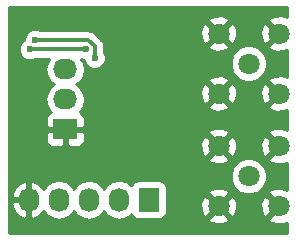
<source format=gbl>
G04 #@! TF.FileFunction,Copper,L4,Bot,Signal*
%FSLAX46Y46*%
G04 Gerber Fmt 4.6, Leading zero omitted, Abs format (unit mm)*
G04 Created by KiCad (PCBNEW 4.0.2-stable) date Sun 24 Apr 2016 07:38:59 PM AKDT*
%MOMM*%
G01*
G04 APERTURE LIST*
%ADD10C,0.100000*%
%ADD11R,2.032000X1.727200*%
%ADD12O,2.032000X1.727200*%
%ADD13R,1.727200X2.032000*%
%ADD14O,1.727200X2.032000*%
%ADD15C,1.800000*%
%ADD16C,0.600000*%
%ADD17C,0.350000*%
%ADD18C,0.254000*%
G04 APERTURE END LIST*
D10*
D11*
X145000000Y-108040000D03*
D12*
X145000000Y-105500000D03*
X145000000Y-102960000D03*
D13*
X152080000Y-114000000D03*
D14*
X149540000Y-114000000D03*
X147000000Y-114000000D03*
X144460000Y-114000000D03*
X141920000Y-114000000D03*
D15*
X160540000Y-112000000D03*
X163080000Y-109460000D03*
X163080000Y-114540000D03*
X158000000Y-114540000D03*
X158000000Y-109460000D03*
X160540000Y-102460000D03*
X163080000Y-99920000D03*
X163080000Y-105000000D03*
X158000000Y-105000000D03*
X158000000Y-99920000D03*
D16*
X152000000Y-98500000D03*
X141500000Y-98100000D03*
X153000000Y-98000000D03*
X154500000Y-98000000D03*
X149500000Y-109500000D03*
X148540000Y-108040000D03*
X146750000Y-101250000D03*
X142000000Y-101250000D03*
X147500000Y-102000000D03*
X142449990Y-100449990D03*
D17*
X142000000Y-101250000D02*
X146750000Y-101250000D01*
X147500000Y-101000998D02*
X147500000Y-102000000D01*
X142449990Y-100449990D02*
X146948992Y-100449990D01*
X146948992Y-100449990D02*
X147500000Y-101000998D01*
D18*
G36*
X163790000Y-98545253D02*
X163320664Y-98373542D01*
X162710540Y-98399161D01*
X162265852Y-98583357D01*
X162179446Y-98839841D01*
X163080000Y-99740395D01*
X163094143Y-99726253D01*
X163273748Y-99905858D01*
X163259605Y-99920000D01*
X163273748Y-99934143D01*
X163094143Y-100113748D01*
X163080000Y-100099605D01*
X162179446Y-101000159D01*
X162265852Y-101256643D01*
X162839336Y-101466458D01*
X163449460Y-101440839D01*
X163790000Y-101299783D01*
X163790000Y-103625253D01*
X163320664Y-103453542D01*
X162710540Y-103479161D01*
X162265852Y-103663357D01*
X162179446Y-103919841D01*
X163080000Y-104820395D01*
X163094143Y-104806253D01*
X163273748Y-104985858D01*
X163259605Y-105000000D01*
X163273748Y-105014143D01*
X163094143Y-105193748D01*
X163080000Y-105179605D01*
X162179446Y-106080159D01*
X162265852Y-106336643D01*
X162839336Y-106546458D01*
X163449460Y-106520839D01*
X163790000Y-106379783D01*
X163790000Y-108085253D01*
X163320664Y-107913542D01*
X162710540Y-107939161D01*
X162265852Y-108123357D01*
X162179446Y-108379841D01*
X163080000Y-109280395D01*
X163094143Y-109266253D01*
X163273748Y-109445858D01*
X163259605Y-109460000D01*
X163273748Y-109474143D01*
X163094143Y-109653748D01*
X163080000Y-109639605D01*
X162179446Y-110540159D01*
X162265852Y-110796643D01*
X162839336Y-111006458D01*
X163449460Y-110980839D01*
X163790000Y-110839783D01*
X163790000Y-113165253D01*
X163320664Y-112993542D01*
X162710540Y-113019161D01*
X162265852Y-113203357D01*
X162179446Y-113459841D01*
X163080000Y-114360395D01*
X163094143Y-114346253D01*
X163273748Y-114525858D01*
X163259605Y-114540000D01*
X163273748Y-114554143D01*
X163094143Y-114733748D01*
X163080000Y-114719605D01*
X162179446Y-115620159D01*
X162265852Y-115876643D01*
X162839336Y-116086458D01*
X163449460Y-116060839D01*
X163790000Y-115919783D01*
X163790000Y-116790000D01*
X140210000Y-116790000D01*
X140210000Y-114361913D01*
X140434816Y-114361913D01*
X140628046Y-114914320D01*
X141017964Y-115350732D01*
X141545209Y-115604709D01*
X141560974Y-115607358D01*
X141793000Y-115486217D01*
X141793000Y-114127000D01*
X140579076Y-114127000D01*
X140434816Y-114361913D01*
X140210000Y-114361913D01*
X140210000Y-113638087D01*
X140434816Y-113638087D01*
X140579076Y-113873000D01*
X141793000Y-113873000D01*
X141793000Y-112513783D01*
X142047000Y-112513783D01*
X142047000Y-113873000D01*
X142067000Y-113873000D01*
X142067000Y-114127000D01*
X142047000Y-114127000D01*
X142047000Y-115486217D01*
X142279026Y-115607358D01*
X142294791Y-115604709D01*
X142822036Y-115350732D01*
X143193539Y-114934931D01*
X143400330Y-115244415D01*
X143886511Y-115569271D01*
X144460000Y-115683345D01*
X145033489Y-115569271D01*
X145519670Y-115244415D01*
X145730000Y-114929634D01*
X145940330Y-115244415D01*
X146426511Y-115569271D01*
X147000000Y-115683345D01*
X147573489Y-115569271D01*
X148059670Y-115244415D01*
X148270000Y-114929634D01*
X148480330Y-115244415D01*
X148966511Y-115569271D01*
X149540000Y-115683345D01*
X150113489Y-115569271D01*
X150599670Y-115244415D01*
X150609243Y-115230087D01*
X150613238Y-115251317D01*
X150752310Y-115467441D01*
X150964510Y-115612431D01*
X151216400Y-115663440D01*
X152943600Y-115663440D01*
X153173618Y-115620159D01*
X157099446Y-115620159D01*
X157185852Y-115876643D01*
X157759336Y-116086458D01*
X158369460Y-116060839D01*
X158814148Y-115876643D01*
X158900554Y-115620159D01*
X158000000Y-114719605D01*
X157099446Y-115620159D01*
X153173618Y-115620159D01*
X153178917Y-115619162D01*
X153395041Y-115480090D01*
X153540031Y-115267890D01*
X153591040Y-115016000D01*
X153591040Y-114299336D01*
X156453542Y-114299336D01*
X156479161Y-114909460D01*
X156663357Y-115354148D01*
X156919841Y-115440554D01*
X157820395Y-114540000D01*
X158179605Y-114540000D01*
X159080159Y-115440554D01*
X159336643Y-115354148D01*
X159546458Y-114780664D01*
X159526248Y-114299336D01*
X161533542Y-114299336D01*
X161559161Y-114909460D01*
X161743357Y-115354148D01*
X161999841Y-115440554D01*
X162900395Y-114540000D01*
X161999841Y-113639446D01*
X161743357Y-113725852D01*
X161533542Y-114299336D01*
X159526248Y-114299336D01*
X159520839Y-114170540D01*
X159336643Y-113725852D01*
X159080159Y-113639446D01*
X158179605Y-114540000D01*
X157820395Y-114540000D01*
X156919841Y-113639446D01*
X156663357Y-113725852D01*
X156453542Y-114299336D01*
X153591040Y-114299336D01*
X153591040Y-113459841D01*
X157099446Y-113459841D01*
X158000000Y-114360395D01*
X158900554Y-113459841D01*
X158814148Y-113203357D01*
X158240664Y-112993542D01*
X157630540Y-113019161D01*
X157185852Y-113203357D01*
X157099446Y-113459841D01*
X153591040Y-113459841D01*
X153591040Y-112984000D01*
X153546762Y-112748683D01*
X153407690Y-112532559D01*
X153195490Y-112387569D01*
X152943600Y-112336560D01*
X151216400Y-112336560D01*
X150981083Y-112380838D01*
X150764959Y-112519910D01*
X150619969Y-112732110D01*
X150611600Y-112773439D01*
X150599670Y-112755585D01*
X150113489Y-112430729D01*
X149540000Y-112316655D01*
X148966511Y-112430729D01*
X148480330Y-112755585D01*
X148270000Y-113070366D01*
X148059670Y-112755585D01*
X147573489Y-112430729D01*
X147000000Y-112316655D01*
X146426511Y-112430729D01*
X145940330Y-112755585D01*
X145730000Y-113070366D01*
X145519670Y-112755585D01*
X145033489Y-112430729D01*
X144460000Y-112316655D01*
X143886511Y-112430729D01*
X143400330Y-112755585D01*
X143193539Y-113065069D01*
X142822036Y-112649268D01*
X142294791Y-112395291D01*
X142279026Y-112392642D01*
X142047000Y-112513783D01*
X141793000Y-112513783D01*
X141560974Y-112392642D01*
X141545209Y-112395291D01*
X141017964Y-112649268D01*
X140628046Y-113085680D01*
X140434816Y-113638087D01*
X140210000Y-113638087D01*
X140210000Y-112303991D01*
X159004735Y-112303991D01*
X159237932Y-112868371D01*
X159669357Y-113300551D01*
X160233330Y-113534733D01*
X160843991Y-113535265D01*
X161408371Y-113302068D01*
X161840551Y-112870643D01*
X162074733Y-112306670D01*
X162075265Y-111696009D01*
X161842068Y-111131629D01*
X161410643Y-110699449D01*
X160846670Y-110465267D01*
X160236009Y-110464735D01*
X159671629Y-110697932D01*
X159239449Y-111129357D01*
X159005267Y-111693330D01*
X159004735Y-112303991D01*
X140210000Y-112303991D01*
X140210000Y-110540159D01*
X157099446Y-110540159D01*
X157185852Y-110796643D01*
X157759336Y-111006458D01*
X158369460Y-110980839D01*
X158814148Y-110796643D01*
X158900554Y-110540159D01*
X158000000Y-109639605D01*
X157099446Y-110540159D01*
X140210000Y-110540159D01*
X140210000Y-108325750D01*
X143349000Y-108325750D01*
X143349000Y-109029910D01*
X143445673Y-109263299D01*
X143624302Y-109441927D01*
X143857691Y-109538600D01*
X144714250Y-109538600D01*
X144873000Y-109379850D01*
X144873000Y-108167000D01*
X145127000Y-108167000D01*
X145127000Y-109379850D01*
X145285750Y-109538600D01*
X146142309Y-109538600D01*
X146375698Y-109441927D01*
X146554327Y-109263299D01*
X146572537Y-109219336D01*
X156453542Y-109219336D01*
X156479161Y-109829460D01*
X156663357Y-110274148D01*
X156919841Y-110360554D01*
X157820395Y-109460000D01*
X158179605Y-109460000D01*
X159080159Y-110360554D01*
X159336643Y-110274148D01*
X159546458Y-109700664D01*
X159526248Y-109219336D01*
X161533542Y-109219336D01*
X161559161Y-109829460D01*
X161743357Y-110274148D01*
X161999841Y-110360554D01*
X162900395Y-109460000D01*
X161999841Y-108559446D01*
X161743357Y-108645852D01*
X161533542Y-109219336D01*
X159526248Y-109219336D01*
X159520839Y-109090540D01*
X159336643Y-108645852D01*
X159080159Y-108559446D01*
X158179605Y-109460000D01*
X157820395Y-109460000D01*
X156919841Y-108559446D01*
X156663357Y-108645852D01*
X156453542Y-109219336D01*
X146572537Y-109219336D01*
X146651000Y-109029910D01*
X146651000Y-108379841D01*
X157099446Y-108379841D01*
X158000000Y-109280395D01*
X158900554Y-108379841D01*
X158814148Y-108123357D01*
X158240664Y-107913542D01*
X157630540Y-107939161D01*
X157185852Y-108123357D01*
X157099446Y-108379841D01*
X146651000Y-108379841D01*
X146651000Y-108325750D01*
X146492250Y-108167000D01*
X145127000Y-108167000D01*
X144873000Y-108167000D01*
X143507750Y-108167000D01*
X143349000Y-108325750D01*
X140210000Y-108325750D01*
X140210000Y-101435167D01*
X141064838Y-101435167D01*
X141206883Y-101778943D01*
X141469673Y-102042192D01*
X141813201Y-102184838D01*
X142185167Y-102185162D01*
X142488083Y-102060000D01*
X143648897Y-102060000D01*
X143430729Y-102386511D01*
X143316655Y-102960000D01*
X143430729Y-103533489D01*
X143755585Y-104019670D01*
X144070366Y-104230000D01*
X143755585Y-104440330D01*
X143430729Y-104926511D01*
X143316655Y-105500000D01*
X143430729Y-106073489D01*
X143755585Y-106559670D01*
X143777780Y-106574500D01*
X143624302Y-106638073D01*
X143445673Y-106816701D01*
X143349000Y-107050090D01*
X143349000Y-107754250D01*
X143507750Y-107913000D01*
X144873000Y-107913000D01*
X144873000Y-107893000D01*
X145127000Y-107893000D01*
X145127000Y-107913000D01*
X146492250Y-107913000D01*
X146651000Y-107754250D01*
X146651000Y-107050090D01*
X146554327Y-106816701D01*
X146375698Y-106638073D01*
X146222220Y-106574500D01*
X146244415Y-106559670D01*
X146564814Y-106080159D01*
X157099446Y-106080159D01*
X157185852Y-106336643D01*
X157759336Y-106546458D01*
X158369460Y-106520839D01*
X158814148Y-106336643D01*
X158900554Y-106080159D01*
X158000000Y-105179605D01*
X157099446Y-106080159D01*
X146564814Y-106080159D01*
X146569271Y-106073489D01*
X146683345Y-105500000D01*
X146569271Y-104926511D01*
X146457569Y-104759336D01*
X156453542Y-104759336D01*
X156479161Y-105369460D01*
X156663357Y-105814148D01*
X156919841Y-105900554D01*
X157820395Y-105000000D01*
X158179605Y-105000000D01*
X159080159Y-105900554D01*
X159336643Y-105814148D01*
X159546458Y-105240664D01*
X159526248Y-104759336D01*
X161533542Y-104759336D01*
X161559161Y-105369460D01*
X161743357Y-105814148D01*
X161999841Y-105900554D01*
X162900395Y-105000000D01*
X161999841Y-104099446D01*
X161743357Y-104185852D01*
X161533542Y-104759336D01*
X159526248Y-104759336D01*
X159520839Y-104630540D01*
X159336643Y-104185852D01*
X159080159Y-104099446D01*
X158179605Y-105000000D01*
X157820395Y-105000000D01*
X156919841Y-104099446D01*
X156663357Y-104185852D01*
X156453542Y-104759336D01*
X146457569Y-104759336D01*
X146244415Y-104440330D01*
X145929634Y-104230000D01*
X146244415Y-104019670D01*
X146311118Y-103919841D01*
X157099446Y-103919841D01*
X158000000Y-104820395D01*
X158900554Y-103919841D01*
X158814148Y-103663357D01*
X158240664Y-103453542D01*
X157630540Y-103479161D01*
X157185852Y-103663357D01*
X157099446Y-103919841D01*
X146311118Y-103919841D01*
X146569271Y-103533489D01*
X146683345Y-102960000D01*
X146569271Y-102386511D01*
X146385104Y-102110885D01*
X146563201Y-102184838D01*
X146564838Y-102184839D01*
X146564838Y-102185167D01*
X146706883Y-102528943D01*
X146969673Y-102792192D01*
X147313201Y-102934838D01*
X147685167Y-102935162D01*
X148028943Y-102793117D01*
X148058119Y-102763991D01*
X159004735Y-102763991D01*
X159237932Y-103328371D01*
X159669357Y-103760551D01*
X160233330Y-103994733D01*
X160843991Y-103995265D01*
X161408371Y-103762068D01*
X161840551Y-103330643D01*
X162074733Y-102766670D01*
X162075265Y-102156009D01*
X161842068Y-101591629D01*
X161410643Y-101159449D01*
X160846670Y-100925267D01*
X160236009Y-100924735D01*
X159671629Y-101157932D01*
X159239449Y-101589357D01*
X159005267Y-102153330D01*
X159004735Y-102763991D01*
X148058119Y-102763991D01*
X148292192Y-102530327D01*
X148434838Y-102186799D01*
X148435162Y-101814833D01*
X148310000Y-101511917D01*
X148310000Y-101000998D01*
X148309834Y-101000159D01*
X157099446Y-101000159D01*
X157185852Y-101256643D01*
X157759336Y-101466458D01*
X158369460Y-101440839D01*
X158814148Y-101256643D01*
X158900554Y-101000159D01*
X158000000Y-100099605D01*
X157099446Y-101000159D01*
X148309834Y-101000159D01*
X148248342Y-100691024D01*
X148178012Y-100585769D01*
X148072757Y-100428242D01*
X147521748Y-99877234D01*
X147258966Y-99701648D01*
X147146797Y-99679336D01*
X156453542Y-99679336D01*
X156479161Y-100289460D01*
X156663357Y-100734148D01*
X156919841Y-100820554D01*
X157820395Y-99920000D01*
X158179605Y-99920000D01*
X159080159Y-100820554D01*
X159336643Y-100734148D01*
X159546458Y-100160664D01*
X159526248Y-99679336D01*
X161533542Y-99679336D01*
X161559161Y-100289460D01*
X161743357Y-100734148D01*
X161999841Y-100820554D01*
X162900395Y-99920000D01*
X161999841Y-99019446D01*
X161743357Y-99105852D01*
X161533542Y-99679336D01*
X159526248Y-99679336D01*
X159520839Y-99550540D01*
X159336643Y-99105852D01*
X159080159Y-99019446D01*
X158179605Y-99920000D01*
X157820395Y-99920000D01*
X156919841Y-99019446D01*
X156663357Y-99105852D01*
X156453542Y-99679336D01*
X147146797Y-99679336D01*
X146948992Y-99639990D01*
X142937431Y-99639990D01*
X142636789Y-99515152D01*
X142264823Y-99514828D01*
X141921047Y-99656873D01*
X141657798Y-99919663D01*
X141515152Y-100263191D01*
X141514999Y-100438727D01*
X141471057Y-100456883D01*
X141207808Y-100719673D01*
X141065162Y-101063201D01*
X141064838Y-101435167D01*
X140210000Y-101435167D01*
X140210000Y-98839841D01*
X157099446Y-98839841D01*
X158000000Y-99740395D01*
X158900554Y-98839841D01*
X158814148Y-98583357D01*
X158240664Y-98373542D01*
X157630540Y-98399161D01*
X157185852Y-98583357D01*
X157099446Y-98839841D01*
X140210000Y-98839841D01*
X140210000Y-97710000D01*
X163790000Y-97710000D01*
X163790000Y-98545253D01*
X163790000Y-98545253D01*
G37*
X163790000Y-98545253D02*
X163320664Y-98373542D01*
X162710540Y-98399161D01*
X162265852Y-98583357D01*
X162179446Y-98839841D01*
X163080000Y-99740395D01*
X163094143Y-99726253D01*
X163273748Y-99905858D01*
X163259605Y-99920000D01*
X163273748Y-99934143D01*
X163094143Y-100113748D01*
X163080000Y-100099605D01*
X162179446Y-101000159D01*
X162265852Y-101256643D01*
X162839336Y-101466458D01*
X163449460Y-101440839D01*
X163790000Y-101299783D01*
X163790000Y-103625253D01*
X163320664Y-103453542D01*
X162710540Y-103479161D01*
X162265852Y-103663357D01*
X162179446Y-103919841D01*
X163080000Y-104820395D01*
X163094143Y-104806253D01*
X163273748Y-104985858D01*
X163259605Y-105000000D01*
X163273748Y-105014143D01*
X163094143Y-105193748D01*
X163080000Y-105179605D01*
X162179446Y-106080159D01*
X162265852Y-106336643D01*
X162839336Y-106546458D01*
X163449460Y-106520839D01*
X163790000Y-106379783D01*
X163790000Y-108085253D01*
X163320664Y-107913542D01*
X162710540Y-107939161D01*
X162265852Y-108123357D01*
X162179446Y-108379841D01*
X163080000Y-109280395D01*
X163094143Y-109266253D01*
X163273748Y-109445858D01*
X163259605Y-109460000D01*
X163273748Y-109474143D01*
X163094143Y-109653748D01*
X163080000Y-109639605D01*
X162179446Y-110540159D01*
X162265852Y-110796643D01*
X162839336Y-111006458D01*
X163449460Y-110980839D01*
X163790000Y-110839783D01*
X163790000Y-113165253D01*
X163320664Y-112993542D01*
X162710540Y-113019161D01*
X162265852Y-113203357D01*
X162179446Y-113459841D01*
X163080000Y-114360395D01*
X163094143Y-114346253D01*
X163273748Y-114525858D01*
X163259605Y-114540000D01*
X163273748Y-114554143D01*
X163094143Y-114733748D01*
X163080000Y-114719605D01*
X162179446Y-115620159D01*
X162265852Y-115876643D01*
X162839336Y-116086458D01*
X163449460Y-116060839D01*
X163790000Y-115919783D01*
X163790000Y-116790000D01*
X140210000Y-116790000D01*
X140210000Y-114361913D01*
X140434816Y-114361913D01*
X140628046Y-114914320D01*
X141017964Y-115350732D01*
X141545209Y-115604709D01*
X141560974Y-115607358D01*
X141793000Y-115486217D01*
X141793000Y-114127000D01*
X140579076Y-114127000D01*
X140434816Y-114361913D01*
X140210000Y-114361913D01*
X140210000Y-113638087D01*
X140434816Y-113638087D01*
X140579076Y-113873000D01*
X141793000Y-113873000D01*
X141793000Y-112513783D01*
X142047000Y-112513783D01*
X142047000Y-113873000D01*
X142067000Y-113873000D01*
X142067000Y-114127000D01*
X142047000Y-114127000D01*
X142047000Y-115486217D01*
X142279026Y-115607358D01*
X142294791Y-115604709D01*
X142822036Y-115350732D01*
X143193539Y-114934931D01*
X143400330Y-115244415D01*
X143886511Y-115569271D01*
X144460000Y-115683345D01*
X145033489Y-115569271D01*
X145519670Y-115244415D01*
X145730000Y-114929634D01*
X145940330Y-115244415D01*
X146426511Y-115569271D01*
X147000000Y-115683345D01*
X147573489Y-115569271D01*
X148059670Y-115244415D01*
X148270000Y-114929634D01*
X148480330Y-115244415D01*
X148966511Y-115569271D01*
X149540000Y-115683345D01*
X150113489Y-115569271D01*
X150599670Y-115244415D01*
X150609243Y-115230087D01*
X150613238Y-115251317D01*
X150752310Y-115467441D01*
X150964510Y-115612431D01*
X151216400Y-115663440D01*
X152943600Y-115663440D01*
X153173618Y-115620159D01*
X157099446Y-115620159D01*
X157185852Y-115876643D01*
X157759336Y-116086458D01*
X158369460Y-116060839D01*
X158814148Y-115876643D01*
X158900554Y-115620159D01*
X158000000Y-114719605D01*
X157099446Y-115620159D01*
X153173618Y-115620159D01*
X153178917Y-115619162D01*
X153395041Y-115480090D01*
X153540031Y-115267890D01*
X153591040Y-115016000D01*
X153591040Y-114299336D01*
X156453542Y-114299336D01*
X156479161Y-114909460D01*
X156663357Y-115354148D01*
X156919841Y-115440554D01*
X157820395Y-114540000D01*
X158179605Y-114540000D01*
X159080159Y-115440554D01*
X159336643Y-115354148D01*
X159546458Y-114780664D01*
X159526248Y-114299336D01*
X161533542Y-114299336D01*
X161559161Y-114909460D01*
X161743357Y-115354148D01*
X161999841Y-115440554D01*
X162900395Y-114540000D01*
X161999841Y-113639446D01*
X161743357Y-113725852D01*
X161533542Y-114299336D01*
X159526248Y-114299336D01*
X159520839Y-114170540D01*
X159336643Y-113725852D01*
X159080159Y-113639446D01*
X158179605Y-114540000D01*
X157820395Y-114540000D01*
X156919841Y-113639446D01*
X156663357Y-113725852D01*
X156453542Y-114299336D01*
X153591040Y-114299336D01*
X153591040Y-113459841D01*
X157099446Y-113459841D01*
X158000000Y-114360395D01*
X158900554Y-113459841D01*
X158814148Y-113203357D01*
X158240664Y-112993542D01*
X157630540Y-113019161D01*
X157185852Y-113203357D01*
X157099446Y-113459841D01*
X153591040Y-113459841D01*
X153591040Y-112984000D01*
X153546762Y-112748683D01*
X153407690Y-112532559D01*
X153195490Y-112387569D01*
X152943600Y-112336560D01*
X151216400Y-112336560D01*
X150981083Y-112380838D01*
X150764959Y-112519910D01*
X150619969Y-112732110D01*
X150611600Y-112773439D01*
X150599670Y-112755585D01*
X150113489Y-112430729D01*
X149540000Y-112316655D01*
X148966511Y-112430729D01*
X148480330Y-112755585D01*
X148270000Y-113070366D01*
X148059670Y-112755585D01*
X147573489Y-112430729D01*
X147000000Y-112316655D01*
X146426511Y-112430729D01*
X145940330Y-112755585D01*
X145730000Y-113070366D01*
X145519670Y-112755585D01*
X145033489Y-112430729D01*
X144460000Y-112316655D01*
X143886511Y-112430729D01*
X143400330Y-112755585D01*
X143193539Y-113065069D01*
X142822036Y-112649268D01*
X142294791Y-112395291D01*
X142279026Y-112392642D01*
X142047000Y-112513783D01*
X141793000Y-112513783D01*
X141560974Y-112392642D01*
X141545209Y-112395291D01*
X141017964Y-112649268D01*
X140628046Y-113085680D01*
X140434816Y-113638087D01*
X140210000Y-113638087D01*
X140210000Y-112303991D01*
X159004735Y-112303991D01*
X159237932Y-112868371D01*
X159669357Y-113300551D01*
X160233330Y-113534733D01*
X160843991Y-113535265D01*
X161408371Y-113302068D01*
X161840551Y-112870643D01*
X162074733Y-112306670D01*
X162075265Y-111696009D01*
X161842068Y-111131629D01*
X161410643Y-110699449D01*
X160846670Y-110465267D01*
X160236009Y-110464735D01*
X159671629Y-110697932D01*
X159239449Y-111129357D01*
X159005267Y-111693330D01*
X159004735Y-112303991D01*
X140210000Y-112303991D01*
X140210000Y-110540159D01*
X157099446Y-110540159D01*
X157185852Y-110796643D01*
X157759336Y-111006458D01*
X158369460Y-110980839D01*
X158814148Y-110796643D01*
X158900554Y-110540159D01*
X158000000Y-109639605D01*
X157099446Y-110540159D01*
X140210000Y-110540159D01*
X140210000Y-108325750D01*
X143349000Y-108325750D01*
X143349000Y-109029910D01*
X143445673Y-109263299D01*
X143624302Y-109441927D01*
X143857691Y-109538600D01*
X144714250Y-109538600D01*
X144873000Y-109379850D01*
X144873000Y-108167000D01*
X145127000Y-108167000D01*
X145127000Y-109379850D01*
X145285750Y-109538600D01*
X146142309Y-109538600D01*
X146375698Y-109441927D01*
X146554327Y-109263299D01*
X146572537Y-109219336D01*
X156453542Y-109219336D01*
X156479161Y-109829460D01*
X156663357Y-110274148D01*
X156919841Y-110360554D01*
X157820395Y-109460000D01*
X158179605Y-109460000D01*
X159080159Y-110360554D01*
X159336643Y-110274148D01*
X159546458Y-109700664D01*
X159526248Y-109219336D01*
X161533542Y-109219336D01*
X161559161Y-109829460D01*
X161743357Y-110274148D01*
X161999841Y-110360554D01*
X162900395Y-109460000D01*
X161999841Y-108559446D01*
X161743357Y-108645852D01*
X161533542Y-109219336D01*
X159526248Y-109219336D01*
X159520839Y-109090540D01*
X159336643Y-108645852D01*
X159080159Y-108559446D01*
X158179605Y-109460000D01*
X157820395Y-109460000D01*
X156919841Y-108559446D01*
X156663357Y-108645852D01*
X156453542Y-109219336D01*
X146572537Y-109219336D01*
X146651000Y-109029910D01*
X146651000Y-108379841D01*
X157099446Y-108379841D01*
X158000000Y-109280395D01*
X158900554Y-108379841D01*
X158814148Y-108123357D01*
X158240664Y-107913542D01*
X157630540Y-107939161D01*
X157185852Y-108123357D01*
X157099446Y-108379841D01*
X146651000Y-108379841D01*
X146651000Y-108325750D01*
X146492250Y-108167000D01*
X145127000Y-108167000D01*
X144873000Y-108167000D01*
X143507750Y-108167000D01*
X143349000Y-108325750D01*
X140210000Y-108325750D01*
X140210000Y-101435167D01*
X141064838Y-101435167D01*
X141206883Y-101778943D01*
X141469673Y-102042192D01*
X141813201Y-102184838D01*
X142185167Y-102185162D01*
X142488083Y-102060000D01*
X143648897Y-102060000D01*
X143430729Y-102386511D01*
X143316655Y-102960000D01*
X143430729Y-103533489D01*
X143755585Y-104019670D01*
X144070366Y-104230000D01*
X143755585Y-104440330D01*
X143430729Y-104926511D01*
X143316655Y-105500000D01*
X143430729Y-106073489D01*
X143755585Y-106559670D01*
X143777780Y-106574500D01*
X143624302Y-106638073D01*
X143445673Y-106816701D01*
X143349000Y-107050090D01*
X143349000Y-107754250D01*
X143507750Y-107913000D01*
X144873000Y-107913000D01*
X144873000Y-107893000D01*
X145127000Y-107893000D01*
X145127000Y-107913000D01*
X146492250Y-107913000D01*
X146651000Y-107754250D01*
X146651000Y-107050090D01*
X146554327Y-106816701D01*
X146375698Y-106638073D01*
X146222220Y-106574500D01*
X146244415Y-106559670D01*
X146564814Y-106080159D01*
X157099446Y-106080159D01*
X157185852Y-106336643D01*
X157759336Y-106546458D01*
X158369460Y-106520839D01*
X158814148Y-106336643D01*
X158900554Y-106080159D01*
X158000000Y-105179605D01*
X157099446Y-106080159D01*
X146564814Y-106080159D01*
X146569271Y-106073489D01*
X146683345Y-105500000D01*
X146569271Y-104926511D01*
X146457569Y-104759336D01*
X156453542Y-104759336D01*
X156479161Y-105369460D01*
X156663357Y-105814148D01*
X156919841Y-105900554D01*
X157820395Y-105000000D01*
X158179605Y-105000000D01*
X159080159Y-105900554D01*
X159336643Y-105814148D01*
X159546458Y-105240664D01*
X159526248Y-104759336D01*
X161533542Y-104759336D01*
X161559161Y-105369460D01*
X161743357Y-105814148D01*
X161999841Y-105900554D01*
X162900395Y-105000000D01*
X161999841Y-104099446D01*
X161743357Y-104185852D01*
X161533542Y-104759336D01*
X159526248Y-104759336D01*
X159520839Y-104630540D01*
X159336643Y-104185852D01*
X159080159Y-104099446D01*
X158179605Y-105000000D01*
X157820395Y-105000000D01*
X156919841Y-104099446D01*
X156663357Y-104185852D01*
X156453542Y-104759336D01*
X146457569Y-104759336D01*
X146244415Y-104440330D01*
X145929634Y-104230000D01*
X146244415Y-104019670D01*
X146311118Y-103919841D01*
X157099446Y-103919841D01*
X158000000Y-104820395D01*
X158900554Y-103919841D01*
X158814148Y-103663357D01*
X158240664Y-103453542D01*
X157630540Y-103479161D01*
X157185852Y-103663357D01*
X157099446Y-103919841D01*
X146311118Y-103919841D01*
X146569271Y-103533489D01*
X146683345Y-102960000D01*
X146569271Y-102386511D01*
X146385104Y-102110885D01*
X146563201Y-102184838D01*
X146564838Y-102184839D01*
X146564838Y-102185167D01*
X146706883Y-102528943D01*
X146969673Y-102792192D01*
X147313201Y-102934838D01*
X147685167Y-102935162D01*
X148028943Y-102793117D01*
X148058119Y-102763991D01*
X159004735Y-102763991D01*
X159237932Y-103328371D01*
X159669357Y-103760551D01*
X160233330Y-103994733D01*
X160843991Y-103995265D01*
X161408371Y-103762068D01*
X161840551Y-103330643D01*
X162074733Y-102766670D01*
X162075265Y-102156009D01*
X161842068Y-101591629D01*
X161410643Y-101159449D01*
X160846670Y-100925267D01*
X160236009Y-100924735D01*
X159671629Y-101157932D01*
X159239449Y-101589357D01*
X159005267Y-102153330D01*
X159004735Y-102763991D01*
X148058119Y-102763991D01*
X148292192Y-102530327D01*
X148434838Y-102186799D01*
X148435162Y-101814833D01*
X148310000Y-101511917D01*
X148310000Y-101000998D01*
X148309834Y-101000159D01*
X157099446Y-101000159D01*
X157185852Y-101256643D01*
X157759336Y-101466458D01*
X158369460Y-101440839D01*
X158814148Y-101256643D01*
X158900554Y-101000159D01*
X158000000Y-100099605D01*
X157099446Y-101000159D01*
X148309834Y-101000159D01*
X148248342Y-100691024D01*
X148178012Y-100585769D01*
X148072757Y-100428242D01*
X147521748Y-99877234D01*
X147258966Y-99701648D01*
X147146797Y-99679336D01*
X156453542Y-99679336D01*
X156479161Y-100289460D01*
X156663357Y-100734148D01*
X156919841Y-100820554D01*
X157820395Y-99920000D01*
X158179605Y-99920000D01*
X159080159Y-100820554D01*
X159336643Y-100734148D01*
X159546458Y-100160664D01*
X159526248Y-99679336D01*
X161533542Y-99679336D01*
X161559161Y-100289460D01*
X161743357Y-100734148D01*
X161999841Y-100820554D01*
X162900395Y-99920000D01*
X161999841Y-99019446D01*
X161743357Y-99105852D01*
X161533542Y-99679336D01*
X159526248Y-99679336D01*
X159520839Y-99550540D01*
X159336643Y-99105852D01*
X159080159Y-99019446D01*
X158179605Y-99920000D01*
X157820395Y-99920000D01*
X156919841Y-99019446D01*
X156663357Y-99105852D01*
X156453542Y-99679336D01*
X147146797Y-99679336D01*
X146948992Y-99639990D01*
X142937431Y-99639990D01*
X142636789Y-99515152D01*
X142264823Y-99514828D01*
X141921047Y-99656873D01*
X141657798Y-99919663D01*
X141515152Y-100263191D01*
X141514999Y-100438727D01*
X141471057Y-100456883D01*
X141207808Y-100719673D01*
X141065162Y-101063201D01*
X141064838Y-101435167D01*
X140210000Y-101435167D01*
X140210000Y-98839841D01*
X157099446Y-98839841D01*
X158000000Y-99740395D01*
X158900554Y-98839841D01*
X158814148Y-98583357D01*
X158240664Y-98373542D01*
X157630540Y-98399161D01*
X157185852Y-98583357D01*
X157099446Y-98839841D01*
X140210000Y-98839841D01*
X140210000Y-97710000D01*
X163790000Y-97710000D01*
X163790000Y-98545253D01*
M02*

</source>
